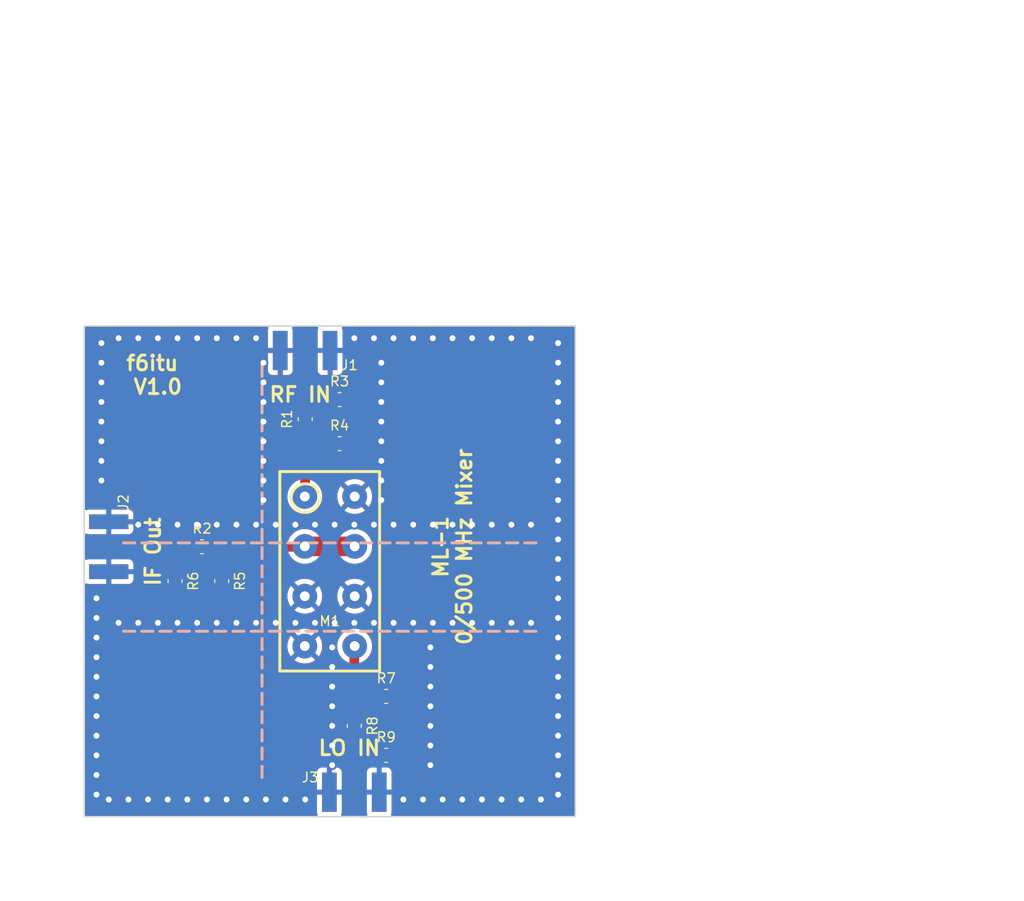
<source format=kicad_pcb>
(kicad_pcb (version 20221018) (generator pcbnew)
  (layers (0 "F.Cu" signal) (31 "B.Cu" signal) (34 "B.Paste" user) (35 "F.Paste" user) (36 "B.SilkS" user "B.Silkscreen") (37 "F.SilkS" user "F.Silkscreen") (38 "B.Mask" user) (39 "F.Mask" user) (44 "Edge.Cuts" user))
  (net 0 "")
  (net 1 "GND")
  (net 2 "Net-(J1-Pad1)")
  (net 3 "Net-(J2-Pad1)")
  (net 4 "Net-(J3-Pad1)")
  (net 5 "Net-(M1-Pad1)")
  (net 6 "Net-(M1-Pad3)")
  (net 7 "Net-(M1-Pad8)")
  (footprint "SMA_PINS:SMA_EDGE_NRW" (layer "F.Cu") (at 127.5 92.5 90)
    (fp_text reference "J1" (at -1.5 4.5 180) (layer "F.SilkS"))
    (fp_text value "Conn_Coaxial" hide)
    (pad "1" smd rect (at 0 0 90) (size 4 1.4) (layers "F.Cu" "F.Paste" "F.Mask") (net 2 "Net-(J1-Pad1)"))
    (pad "2" smd rect (at 0 -2.54 90) (size 4 1.5) (layers "F.Cu" "F.Paste" "F.Mask") (net 1 "GND"))
    (pad "2" smd rect (at 0 -2.54 90) (size 4 1.5) (layers "B.Cu" "B.Paste" "B.Mask") (net 1 "GND"))
    (pad "2" smd rect (at 0 2.54 90) (size 4 1.5) (layers "F.Cu" "F.Paste" "F.Mask") (net 1 "GND"))
    (pad "2" smd rect (at 0 2.54 90) (size 4 1.5) (layers "B.Cu" "B.Paste" "B.Mask") (net 1 "GND"))
  )
  (footprint "SMA_PINS:SMA_EDGE_NRW" (layer "F.Cu") (at 107.5 112.5 180)
    (fp_text reference "J2" (at -1.5 4.5 270) (layer "F.SilkS"))
    (fp_text value "Conn_Coaxial" hide)
    (pad "1" smd rect (at 0 0 180) (size 4 1.4) (layers "F.Cu" "F.Paste" "F.Mask") (net 3 "Net-(J2-Pad1)"))
    (pad "2" smd rect (at 0 -2.54 180) (size 4 1.5) (layers "F.Cu" "F.Paste" "F.Mask") (net 1 "GND"))
    (pad "2" smd rect (at 0 -2.54 180) (size 4 1.5) (layers "B.Cu" "B.Paste" "B.Mask") (net 1 "GND"))
    (pad "2" smd rect (at 0 2.54 180) (size 4 1.5) (layers "F.Cu" "F.Paste" "F.Mask") (net 1 "GND"))
    (pad "2" smd rect (at 0 2.54 180) (size 4 1.5) (layers "B.Cu" "B.Paste" "B.Mask") (net 1 "GND"))
  )
  (footprint "SMA_PINS:SMA_EDGE_NRW" (layer "F.Cu") (at 132.5 137.5 -90)
    (fp_text reference "J3" (at -1.5 4.5 180) (layer "F.SilkS"))
    (fp_text value "Conn_Coaxial" hide)
    (pad "1" smd rect (at 0 0 270) (size 4 1.4) (layers "F.Cu" "F.Paste" "F.Mask") (net 4 "Net-(J3-Pad1)"))
    (pad "2" smd rect (at 0 -2.54 270) (size 4 1.5) (layers "F.Cu" "F.Paste" "F.Mask") (net 1 "GND"))
    (pad "2" smd rect (at 0 -2.54 270) (size 4 1.5) (layers "B.Cu" "B.Paste" "B.Mask") (net 1 "GND"))
    (pad "2" smd rect (at 0 2.54 270) (size 4 1.5) (layers "F.Cu" "F.Paste" "F.Mask") (net 1 "GND"))
    (pad "2" smd rect (at 0 2.54 270) (size 4 1.5) (layers "B.Cu" "B.Paste" "B.Mask") (net 1 "GND"))
  )
  (footprint "Mixer:ML-1" (layer "F.Cu") (at 130 115)
    (fp_text reference "M1" (at 0 5.08) (layer "F.SilkS"))
    (fp_text value "ML-1")
    (fp_line (start -5.08 -10.16) (end 5.08 -10.16) (stroke (width 0.3)) (layer "F.SilkS"))
    (fp_line (start -5.08 10.16) (end -5.08 -10.16) (stroke (width 0.3)) (layer "F.SilkS"))
    (fp_line (start 5.08 -10.16) (end 5.08 10.16) (stroke (width 0.3)) (layer "F.SilkS"))
    (fp_line (start 5.08 10.16) (end -5.08 10.16) (stroke (width 0.3)) (layer "F.SilkS"))
    (fp_circle (center -2.46 -7.46) (end -1.21 -6.71) (stroke (width 0.3)) (fill none) (layer "F.SilkS"))
    (pad "1" thru_hole circle (at -2.54 -7.62) (size 2.524 2.524) (drill 1) (layers "*.Cu" "*.Mask") (net 5 "Net-(M1-Pad1)"))
    (pad "2" thru_hole circle (at 2.54 -7.62) (size 2.524 2.524) (drill 1) (layers "*.Cu" "*.Mask") (net 1 "GND"))
    (pad "3" thru_hole circle (at -2.54 -2.54) (size 2.524 2.524) (drill 1) (layers "*.Cu" "*.Mask") (net 6 "Net-(M1-Pad3)"))
    (pad "4" thru_hole circle (at 2.54 -2.54) (size 2.524 2.524) (drill 1) (layers "*.Cu" "*.Mask") (net 6 "Net-(M1-Pad3)"))
    (pad "5" thru_hole circle (at -2.54 2.54) (size 2.524 2.524) (drill 1) (layers "*.Cu" "*.Mask") (net 1 "GND"))
    (pad "6" thru_hole circle (at 2.54 2.54) (size 2.524 2.524) (drill 1) (layers "*.Cu" "*.Mask") (net 1 "GND"))
    (pad "7" thru_hole circle (at -2.54 7.62) (size 2.524 2.524) (drill 1) (layers "*.Cu" "*.Mask") (net 1 "GND"))
    (pad "8" thru_hole circle (at 2.54 7.62) (size 2.524 2.524) (drill 1) (layers "*.Cu" "*.Mask") (net 7 "Net-(M1-Pad8)"))
  )
  (footprint "Resistor_SMD:R_0805_2012Metric_Pad1.15x1.50mm_HandSolder" (layer "F.Cu") (at 127.5 99.5 90)
    (fp_text reference "R1" (at 0 -1.85 90) (layer "F.SilkS"))
    (fp_text value "R_Small")
    (fp_line (start -0.15 -0.71) (end 0.15 -0.71) (stroke (width 0.12)) (layer "F.SilkS"))
    (fp_line (start -0.15 0.71) (end 0.15 0.71) (stroke (width 0.12)) (layer "F.SilkS"))
    (pad "1" smd rect (at -1.0425 0 90) (size 1.145 1.5) (layers "F.Cu" "F.Paste" "F.Mask") (net 5 "Net-(M1-Pad1)"))
    (pad "2" smd rect (at 1.0425 0 90) (size 1.145 1.5) (layers "F.Cu" "F.Paste" "F.Mask") (net 2 "Net-(J1-Pad1)"))
  )
  (footprint "Resistor_SMD:R_0805_2012Metric_Pad1.15x1.50mm_HandSolder" (layer "F.Cu") (at 117 112.5)
    (fp_text reference "R2" (at 0 -1.85) (layer "F.SilkS"))
    (fp_text value "R_Small")
    (fp_line (start -0.15 -0.71) (end 0.15 -0.71) (stroke (width 0.12)) (layer "F.SilkS"))
    (fp_line (start -0.15 0.71) (end 0.15 0.71) (stroke (width 0.12)) (layer "F.SilkS"))
    (pad "1" smd rect (at -1.0425 0) (size 1.145 1.5) (layers "F.Cu" "F.Paste" "F.Mask") (net 3 "Net-(J2-Pad1)"))
    (pad "2" smd rect (at 1.0425 0) (size 1.145 1.5) (layers "F.Cu" "F.Paste" "F.Mask") (net 6 "Net-(M1-Pad3)"))
  )
  (footprint "Resistor_SMD:R_0805_2012Metric_Pad1.15x1.50mm_HandSolder" (layer "F.Cu") (at 131 97.5)
    (fp_text reference "R3" (at 0 -1.85) (layer "F.SilkS"))
    (fp_text value "R_Small")
    (fp_line (start -0.15 -0.71) (end 0.15 -0.71) (stroke (width 0.12)) (layer "F.SilkS"))
    (fp_line (start -0.15 0.71) (end 0.15 0.71) (stroke (width 0.12)) (layer "F.SilkS"))
    (pad "1" smd rect (at -1.0425 0) (size 1.145 1.5) (layers "F.Cu" "F.Paste" "F.Mask") (net 2 "Net-(J1-Pad1)"))
    (pad "2" smd rect (at 1.0425 0) (size 1.145 1.5) (layers "F.Cu" "F.Paste" "F.Mask") (net 1 "GND"))
  )
  (footprint "Resistor_SMD:R_0805_2012Metric_Pad1.15x1.50mm_HandSolder" (layer "F.Cu") (at 131 102)
    (fp_text reference "R4" (at 0 -1.85) (layer "F.SilkS"))
    (fp_text value "R_Small")
    (fp_line (start -0.15 -0.71) (end 0.15 -0.71) (stroke (width 0.12)) (layer "F.SilkS"))
    (fp_line (start -0.15 0.71) (end 0.15 0.71) (stroke (width 0.12)) (layer "F.SilkS"))
    (pad "1" smd rect (at -1.0425 0) (size 1.145 1.5) (layers "F.Cu" "F.Paste" "F.Mask") (net 5 "Net-(M1-Pad1)"))
    (pad "2" smd rect (at 1.0425 0) (size 1.145 1.5) (layers "F.Cu" "F.Paste" "F.Mask") (net 1 "GND"))
  )
  (footprint "Resistor_SMD:R_0805_2012Metric_Pad1.15x1.50mm_HandSolder" (layer "F.Cu") (at 119 116 -90)
    (fp_text reference "R5" (at 0 -1.85 270) (layer "F.SilkS"))
    (fp_text value "R_Small")
    (fp_line (start -0.15 -0.71) (end 0.15 -0.71) (stroke (width 0.12)) (layer "F.SilkS"))
    (fp_line (start -0.15 0.71) (end 0.15 0.71) (stroke (width 0.12)) (layer "F.SilkS"))
    (pad "1" smd rect (at -1.0425 0 270) (size 1.145 1.5) (layers "F.Cu" "F.Paste" "F.Mask") (net 6 "Net-(M1-Pad3)"))
    (pad "2" smd rect (at 1.0425 0 270) (size 1.145 1.5) (layers "F.Cu" "F.Paste" "F.Mask") (net 1 "GND"))
  )
  (footprint "Resistor_SMD:R_0805_2012Metric_Pad1.15x1.50mm_HandSolder" (layer "F.Cu") (at 114.25 116 -90)
    (fp_text reference "R6" (at 0 -1.85 270) (layer "F.SilkS"))
    (fp_text value "R_Small")
    (fp_line (start -0.15 -0.71) (end 0.15 -0.71) (stroke (width 0.12)) (layer "F.SilkS"))
    (fp_line (start -0.15 0.71) (end 0.15 0.71) (stroke (width 0.12)) (layer "F.SilkS"))
    (pad "1" smd rect (at -1.0425 0 270) (size 1.145 1.5) (layers "F.Cu" "F.Paste" "F.Mask") (net 3 "Net-(J2-Pad1)"))
    (pad "2" smd rect (at 1.0425 0 270) (size 1.145 1.5) (layers "F.Cu" "F.Paste" "F.Mask") (net 1 "GND"))
  )
  (footprint "Resistor_SMD:R_0805_2012Metric_Pad1.15x1.50mm_HandSolder" (layer "F.Cu") (at 135.75 127.75)
    (fp_text reference "R7" (at 0 -1.85) (layer "F.SilkS"))
    (fp_text value "R_Small")
    (fp_line (start -0.15 -0.71) (end 0.15 -0.71) (stroke (width 0.12)) (layer "F.SilkS"))
    (fp_line (start -0.15 0.71) (end 0.15 0.71) (stroke (width 0.12)) (layer "F.SilkS"))
    (pad "1" smd rect (at -1.0425 0) (size 1.145 1.5) (layers "F.Cu" "F.Paste" "F.Mask") (net 7 "Net-(M1-Pad8)"))
    (pad "2" smd rect (at 1.0425 0) (size 1.145 1.5) (layers "F.Cu" "F.Paste" "F.Mask") (net 1 "GND"))
  )
  (footprint "Resistor_SMD:R_0805_2012Metric_Pad1.15x1.50mm_HandSolder" (layer "F.Cu") (at 132.5 130.75 -90)
    (fp_text reference "R8" (at 0 -1.85 270) (layer "F.SilkS"))
    (fp_text value "R_Small")
    (fp_line (start -0.15 -0.71) (end 0.15 -0.71) (stroke (width 0.12)) (layer "F.SilkS"))
    (fp_line (start -0.15 0.71) (end 0.15 0.71) (stroke (width 0.12)) (layer "F.SilkS"))
    (pad "1" smd rect (at -1.0425 0 270) (size 1.145 1.5) (layers "F.Cu" "F.Paste" "F.Mask") (net 7 "Net-(M1-Pad8)"))
    (pad "2" smd rect (at 1.0425 0 270) (size 1.145 1.5) (layers "F.Cu" "F.Paste" "F.Mask") (net 4 "Net-(J3-Pad1)"))
  )
  (footprint "Resistor_SMD:R_0805_2012Metric_Pad1.15x1.50mm_HandSolder" (layer "F.Cu") (at 135.75 133.75)
    (fp_text reference "R9" (at 0 -1.85) (layer "F.SilkS"))
    (fp_text value "R_Small")
    (fp_line (start -0.15 -0.71) (end 0.15 -0.71) (stroke (width 0.12)) (layer "F.SilkS"))
    (fp_line (start -0.15 0.71) (end 0.15 0.71) (stroke (width 0.12)) (layer "F.SilkS"))
    (pad "1" smd rect (at -1.0425 0) (size 1.145 1.5) (layers "F.Cu" "F.Paste" "F.Mask") (net 4 "Net-(J3-Pad1)"))
    (pad "2" smd rect (at 1.0425 0) (size 1.145 1.5) (layers "F.Cu" "F.Paste" "F.Mask") (net 1 "GND"))
  )
  (footprint "via:via" (layer "F.Cu") (at 106.75 93.75)
    (fp_text reference "REF**" hide)
    (fp_text value "via" hide)
    (pad "1" thru_hole circle (at 0 0) (size 1 1) (drill 0.6) (layers "*.Cu") (net 1 "GND"))
  )
  (footprint "via:via" (layer "F.Cu") (at 106.75 95.75)
    (fp_text reference "REF**" hide)
    (fp_text value "via" hide)
    (pad "1" thru_hole circle (at 0 0) (size 1 1) (drill 0.6) (layers "*.Cu") (net 1 "GND"))
  )
  (footprint "via:via" (layer "F.Cu") (at 106.75 97.75)
    (fp_text reference "REF**" hide)
    (fp_text value "via" hide)
    (pad "1" thru_hole circle (at 0 0) (size 1 1) (drill 0.6) (layers "*.Cu") (net 1 "GND"))
  )
  (footprint "via:via" (layer "F.Cu") (at 106.75 99.75)
    (fp_text reference "REF**" hide)
    (fp_text value "via" hide)
    (pad "1" thru_hole circle (at 0 0) (size 1 1) (drill 0.6) (layers "*.Cu") (net 1 "GND"))
  )
  (footprint "via:via" (layer "F.Cu") (at 106.75 101.75)
    (fp_text reference "REF**" hide)
    (fp_text value "via" hide)
    (pad "1" thru_hole circle (at 0 0) (size 1 1) (drill 0.6) (layers "*.Cu") (net 1 "GND"))
  )
  (footprint "via:via" (layer "F.Cu") (at 106.75 103.75)
    (fp_text reference "REF**" hide)
    (fp_text value "via" hide)
    (pad "1" thru_hole circle (at 0 0) (size 1 1) (drill 0.6) (layers "*.Cu") (net 1 "GND"))
  )
  (footprint "via:via" (layer "F.Cu") (at 106.75 105.75)
    (fp_text reference "REF**" hide)
    (fp_text value "via" hide)
    (pad "1" thru_hole circle (at 0 0) (size 1 1) (drill 0.6) (layers "*.Cu") (net 1 "GND"))
  )
  (footprint "via:via" (layer "F.Cu") (at 116.5 91.25)
    (fp_text reference "REF**" hide)
    (fp_text value "via" hide)
    (pad "1" thru_hole circle (at 0 0) (size 1 1) (drill 0.6) (layers "*.Cu") (net 1 "GND"))
  )
  (footprint "via:via" (layer "F.Cu") (at 118.5 91.25)
    (fp_text reference "REF**" hide)
    (fp_text value "via" hide)
    (pad "1" thru_hole circle (at 0 0) (size 1 1) (drill 0.6) (layers "*.Cu") (net 1 "GND"))
  )
  (footprint "via:via" (layer "F.Cu") (at 120.5 91.25)
    (fp_text reference "REF**" hide)
    (fp_text value "via" hide)
    (pad "1" thru_hole circle (at 0 0) (size 1 1) (drill 0.6) (layers "*.Cu") (net 1 "GND"))
  )
  (footprint "via:via" (layer "F.Cu") (at 122.5 91.25)
    (fp_text reference "REF**" hide)
    (fp_text value "via" hide)
    (pad "1" thru_hole circle (at 0 0) (size 1 1) (drill 0.6) (layers "*.Cu") (net 1 "GND"))
  )
  (footprint "via:via" (layer "F.Cu") (at 108.5 91.25)
    (fp_text reference "REF**" hide)
    (fp_text value "via" hide)
    (pad "1" thru_hole circle (at 0 0) (size 1 1) (drill 0.6) (layers "*.Cu") (net 1 "GND"))
  )
  (footprint "via:via" (layer "F.Cu") (at 110.5 91.25)
    (fp_text reference "REF**" hide)
    (fp_text value "via" hide)
    (pad "1" thru_hole circle (at 0 0) (size 1 1) (drill 0.6) (layers "*.Cu") (net 1 "GND"))
  )
  (footprint "via:via" (layer "F.Cu") (at 112.5 91.25)
    (fp_text reference "REF**" hide)
    (fp_text value "via" hide)
    (pad "1" thru_hole circle (at 0 0) (size 1 1) (drill 0.6) (layers "*.Cu") (net 1 "GND"))
  )
  (footprint "via:via" (layer "F.Cu") (at 114.5 91.25)
    (fp_text reference "REF**" hide)
    (fp_text value "via" hide)
    (pad "1" thru_hole circle (at 0 0) (size 1 1) (drill 0.6) (layers "*.Cu") (net 1 "GND"))
  )
  (footprint "via:via" (layer "F.Cu") (at 138.5 91.25)
    (fp_text reference "REF**" hide)
    (fp_text value "via" hide)
    (pad "1" thru_hole circle (at 0 0) (size 1 1) (drill 0.6) (layers "*.Cu") (net 1 "GND"))
  )
  (footprint "via:via" (layer "F.Cu") (at 136.5 91.25)
    (fp_text reference "REF**" hide)
    (fp_text value "via" hide)
    (pad "1" thru_hole circle (at 0 0) (size 1 1) (drill 0.6) (layers "*.Cu") (net 1 "GND"))
  )
  (footprint "via:via" (layer "F.Cu") (at 134.5 91.25)
    (fp_text reference "REF**" hide)
    (fp_text value "via" hide)
    (pad "1" thru_hole circle (at 0 0) (size 1 1) (drill 0.6) (layers "*.Cu") (net 1 "GND"))
  )
  (footprint "via:via" (layer "F.Cu") (at 132.5 91.25)
    (fp_text reference "REF**" hide)
    (fp_text value "via" hide)
    (pad "1" thru_hole circle (at 0 0) (size 1 1) (drill 0.6) (layers "*.Cu") (net 1 "GND"))
  )
  (footprint "via:via" (layer "F.Cu") (at 140.5 91.25)
    (fp_text reference "REF**" hide)
    (fp_text value "via" hide)
    (pad "1" thru_hole circle (at 0 0) (size 1 1) (drill 0.6) (layers "*.Cu") (net 1 "GND"))
  )
  (footprint "via:via" (layer "F.Cu") (at 142.5 91.25)
    (fp_text reference "REF**" hide)
    (fp_text value "via" hide)
    (pad "1" thru_hole circle (at 0 0) (size 1 1) (drill 0.6) (layers "*.Cu") (net 1 "GND"))
  )
  (footprint "via:via" (layer "F.Cu") (at 144.5 91.25)
    (fp_text reference "REF**" hide)
    (fp_text value "via" hide)
    (pad "1" thru_hole circle (at 0 0) (size 1 1) (drill 0.6) (layers "*.Cu") (net 1 "GND"))
  )
  (footprint "via:via" (layer "F.Cu") (at 146.5 91.25)
    (fp_text reference "REF**" hide)
    (fp_text value "via" hide)
    (pad "1" thru_hole circle (at 0 0) (size 1 1) (drill 0.6) (layers "*.Cu") (net 1 "GND"))
  )
  (footprint "via:via" (layer "F.Cu") (at 153.25 93.75)
    (fp_text reference "REF**" hide)
    (fp_text value "via" hide)
    (pad "1" thru_hole circle (at 0 0) (size 1 1) (drill 0.6) (layers "*.Cu") (net 1 "GND"))
  )
  (footprint "via:via" (layer "F.Cu") (at 153.25 95.75)
    (fp_text reference "REF**" hide)
    (fp_text value "via" hide)
    (pad "1" thru_hole circle (at 0 0) (size 1 1) (drill 0.6) (layers "*.Cu") (net 1 "GND"))
  )
  (footprint "via:via" (layer "F.Cu") (at 153.25 97.75)
    (fp_text reference "REF**" hide)
    (fp_text value "via" hide)
    (pad "1" thru_hole circle (at 0 0) (size 1 1) (drill 0.6) (layers "*.Cu") (net 1 "GND"))
  )
  (footprint "via:via" (layer "F.Cu") (at 153.25 99.75)
    (fp_text reference "REF**" hide)
    (fp_text value "via" hide)
    (pad "1" thru_hole circle (at 0 0) (size 1 1) (drill 0.6) (layers "*.Cu") (net 1 "GND"))
  )
  (footprint "via:via" (layer "F.Cu") (at 153.25 101.75)
    (fp_text reference "REF**" hide)
    (fp_text value "via" hide)
    (pad "1" thru_hole circle (at 0 0) (size 1 1) (drill 0.6) (layers "*.Cu") (net 1 "GND"))
  )
  (footprint "via:via" (layer "F.Cu") (at 153.25 103.75)
    (fp_text reference "REF**" hide)
    (fp_text value "via" hide)
    (pad "1" thru_hole circle (at 0 0) (size 1 1) (drill 0.6) (layers "*.Cu") (net 1 "GND"))
  )
  (footprint "via:via" (layer "F.Cu") (at 153.25 105.75)
    (fp_text reference "REF**" hide)
    (fp_text value "via" hide)
    (pad "1" thru_hole circle (at 0 0) (size 1 1) (drill 0.6) (layers "*.Cu") (net 1 "GND"))
  )
  (footprint "via:via" (layer "F.Cu") (at 150.5 91.25)
    (fp_text reference "REF**" hide)
    (fp_text value "via" hide)
    (pad "1" thru_hole circle (at 0 0) (size 1 1) (drill 0.6) (layers "*.Cu") (net 1 "GND"))
  )
  (footprint "via:via" (layer "F.Cu") (at 148.5 91.25)
    (fp_text reference "REF**" hide)
    (fp_text value "via" hide)
    (pad "1" thru_hole circle (at 0 0) (size 1 1) (drill 0.6) (layers "*.Cu") (net 1 "GND"))
  )
  (footprint "via:via" (layer "F.Cu") (at 153.25 121.75)
    (fp_text reference "REF**" hide)
    (fp_text value "via" hide)
    (pad "1" thru_hole circle (at 0 0) (size 1 1) (drill 0.6) (layers "*.Cu") (net 1 "GND"))
  )
  (footprint "via:via" (layer "F.Cu") (at 153.25 119.75)
    (fp_text reference "REF**" hide)
    (fp_text value "via" hide)
    (pad "1" thru_hole circle (at 0 0) (size 1 1) (drill 0.6) (layers "*.Cu") (net 1 "GND"))
  )
  (footprint "via:via" (layer "F.Cu") (at 153.25 117.75)
    (fp_text reference "REF**" hide)
    (fp_text value "via" hide)
    (pad "1" thru_hole circle (at 0 0) (size 1 1) (drill 0.6) (layers "*.Cu") (net 1 "GND"))
  )
  (footprint "via:via" (layer "F.Cu") (at 153.25 115.75)
    (fp_text reference "REF**" hide)
    (fp_text value "via" hide)
    (pad "1" thru_hole circle (at 0 0) (size 1 1) (drill 0.6) (layers "*.Cu") (net 1 "GND"))
  )
  (footprint "via:via" (layer "F.Cu") (at 153.25 113.75)
    (fp_text reference "REF**" hide)
    (fp_text value "via" hide)
    (pad "1" thru_hole circle (at 0 0) (size 1 1) (drill 0.6) (layers "*.Cu") (net 1 "GND"))
  )
  (footprint "via:via" (layer "F.Cu") (at 153.25 111.75)
    (fp_text reference "REF**" hide)
    (fp_text value "via" hide)
    (pad "1" thru_hole circle (at 0 0) (size 1 1) (drill 0.6) (layers "*.Cu") (net 1 "GND"))
  )
  (footprint "via:via" (layer "F.Cu") (at 153.25 109.75)
    (fp_text reference "REF**" hide)
    (fp_text value "via" hide)
    (pad "1" thru_hole circle (at 0 0) (size 1 1) (drill 0.6) (layers "*.Cu") (net 1 "GND"))
  )
  (footprint "via:via" (layer "F.Cu") (at 153.25 137.75)
    (fp_text reference "REF**" hide)
    (fp_text value "via" hide)
    (pad "1" thru_hole circle (at 0 0) (size 1 1) (drill 0.6) (layers "*.Cu") (net 1 "GND"))
  )
  (footprint "via:via" (layer "F.Cu") (at 153.25 135.75)
    (fp_text reference "REF**" hide)
    (fp_text value "via" hide)
    (pad "1" thru_hole circle (at 0 0) (size 1 1) (drill 0.6) (layers "*.Cu") (net 1 "GND"))
  )
  (footprint "via:via" (layer "F.Cu") (at 153.25 133.75)
    (fp_text reference "REF**" hide)
    (fp_text value "via" hide)
    (pad "1" thru_hole circle (at 0 0) (size 1 1) (drill 0.6) (layers "*.Cu") (net 1 "GND"))
  )
  (footprint "via:via" (layer "F.Cu") (at 153.25 131.75)
    (fp_text reference "REF**" hide)
    (fp_text value "via" hide)
    (pad "1" thru_hole circle (at 0 0) (size 1 1) (drill 0.6) (layers "*.Cu") (net 1 "GND"))
  )
  (footprint "via:via" (layer "F.Cu") (at 153.25 129.75)
    (fp_text reference "REF**" hide)
    (fp_text value "via" hide)
    (pad "1" thru_hole circle (at 0 0) (size 1 1) (drill 0.6) (layers "*.Cu") (net 1 "GND"))
  )
  (footprint "via:via" (layer "F.Cu") (at 153.25 127.75)
    (fp_text reference "REF**" hide)
    (fp_text value "via" hide)
    (pad "1" thru_hole circle (at 0 0) (size 1 1) (drill 0.6) (layers "*.Cu") (net 1 "GND"))
  )
  (footprint "via:via" (layer "F.Cu") (at 153.25 125.75)
    (fp_text reference "REF**" hide)
    (fp_text value "via" hide)
    (pad "1" thru_hole circle (at 0 0) (size 1 1) (drill 0.6) (layers "*.Cu") (net 1 "GND"))
  )
  (footprint "via:via" (layer "F.Cu") (at 106.25 131.75)
    (fp_text reference "REF**" hide)
    (fp_text value "via" hide)
    (pad "1" thru_hole circle (at 0 0) (size 1 1) (drill 0.6) (layers "*.Cu") (net 1 "GND"))
  )
  (footprint "via:via" (layer "F.Cu") (at 106.25 129.75)
    (fp_text reference "REF**" hide)
    (fp_text value "via" hide)
    (pad "1" thru_hole circle (at 0 0) (size 1 1) (drill 0.6) (layers "*.Cu") (net 1 "GND"))
  )
  (footprint "via:via" (layer "F.Cu") (at 106.25 127.75)
    (fp_text reference "REF**" hide)
    (fp_text value "via" hide)
    (pad "1" thru_hole circle (at 0 0) (size 1 1) (drill 0.6) (layers "*.Cu") (net 1 "GND"))
  )
  (footprint "via:via" (layer "F.Cu") (at 106.25 125.75)
    (fp_text reference "REF**" hide)
    (fp_text value "via" hide)
    (pad "1" thru_hole circle (at 0 0) (size 1 1) (drill 0.6) (layers "*.Cu") (net 1 "GND"))
  )
  (footprint "via:via" (layer "F.Cu") (at 106.25 123.75)
    (fp_text reference "REF**" hide)
    (fp_text value "via" hide)
    (pad "1" thru_hole circle (at 0 0) (size 1 1) (drill 0.6) (layers "*.Cu") (net 1 "GND"))
  )
  (footprint "via:via" (layer "F.Cu") (at 106.25 121.75)
    (fp_text reference "REF**" hide)
    (fp_text value "via" hide)
    (pad "1" thru_hole circle (at 0 0) (size 1 1) (drill 0.6) (layers "*.Cu") (net 1 "GND"))
  )
  (footprint "via:via" (layer "F.Cu") (at 106.25 119.75)
    (fp_text reference "REF**" hide)
    (fp_text value "via" hide)
    (pad "1" thru_hole circle (at 0 0) (size 1 1) (drill 0.6) (layers "*.Cu") (net 1 "GND"))
  )
  (footprint "via:via" (layer "F.Cu") (at 106.25 137.75)
    (fp_text reference "REF**" hide)
    (fp_text value "via" hide)
    (pad "1" thru_hole circle (at 0 0) (size 1 1) (drill 0.6) (layers "*.Cu") (net 1 "GND"))
  )
  (footprint "via:via" (layer "F.Cu") (at 106.25 135.75)
    (fp_text reference "REF**" hide)
    (fp_text value "via" hide)
    (pad "1" thru_hole circle (at 0 0) (size 1 1) (drill 0.6) (layers "*.Cu") (net 1 "GND"))
  )
  (footprint "via:via" (layer "F.Cu") (at 143.5 138.25)
    (fp_text reference "REF**" hide)
    (fp_text value "via" hide)
    (pad "1" thru_hole circle (at 0 0) (size 1 1) (drill 0.6) (layers "*.Cu") (net 1 "GND"))
  )
  (footprint "via:via" (layer "F.Cu") (at 141.5 138.25)
    (fp_text reference "REF**" hide)
    (fp_text value "via" hide)
    (pad "1" thru_hole circle (at 0 0) (size 1 1) (drill 0.6) (layers "*.Cu") (net 1 "GND"))
  )
  (footprint "via:via" (layer "F.Cu") (at 139.5 138.25)
    (fp_text reference "REF**" hide)
    (fp_text value "via" hide)
    (pad "1" thru_hole circle (at 0 0) (size 1 1) (drill 0.6) (layers "*.Cu") (net 1 "GND"))
  )
  (footprint "via:via" (layer "F.Cu") (at 137.5 138.25)
    (fp_text reference "REF**" hide)
    (fp_text value "via" hide)
    (pad "1" thru_hole circle (at 0 0) (size 1 1) (drill 0.6) (layers "*.Cu") (net 1 "GND"))
  )
  (footprint "via:via" (layer "F.Cu") (at 145.5 138.25)
    (fp_text reference "REF**" hide)
    (fp_text value "via" hide)
    (pad "1" thru_hole circle (at 0 0) (size 1 1) (drill 0.6) (layers "*.Cu") (net 1 "GND"))
  )
  (footprint "via:via" (layer "F.Cu") (at 147.5 138.25)
    (fp_text reference "REF**" hide)
    (fp_text value "via" hide)
    (pad "1" thru_hole circle (at 0 0) (size 1 1) (drill 0.6) (layers "*.Cu") (net 1 "GND"))
  )
  (footprint "via:via" (layer "F.Cu") (at 149.5 138.25)
    (fp_text reference "REF**" hide)
    (fp_text value "via" hide)
    (pad "1" thru_hole circle (at 0 0) (size 1 1) (drill 0.6) (layers "*.Cu") (net 1 "GND"))
  )
  (footprint "via:via" (layer "F.Cu") (at 151.5 138.25)
    (fp_text reference "REF**" hide)
    (fp_text value "via" hide)
    (pad "1" thru_hole circle (at 0 0) (size 1 1) (drill 0.6) (layers "*.Cu") (net 1 "GND"))
  )
  (footprint "via:via" (layer "F.Cu") (at 119.5 138.25)
    (fp_text reference "REF**" hide)
    (fp_text value "via" hide)
    (pad "1" thru_hole circle (at 0 0) (size 1 1) (drill 0.6) (layers "*.Cu") (net 1 "GND"))
  )
  (footprint "via:via" (layer "F.Cu") (at 117.5 138.25)
    (fp_text reference "REF**" hide)
    (fp_text value "via" hide)
    (pad "1" thru_hole circle (at 0 0) (size 1 1) (drill 0.6) (layers "*.Cu") (net 1 "GND"))
  )
  (footprint "via:via" (layer "F.Cu") (at 115.5 138.25)
    (fp_text reference "REF**" hide)
    (fp_text value "via" hide)
    (pad "1" thru_hole circle (at 0 0) (size 1 1) (drill 0.6) (layers "*.Cu") (net 1 "GND"))
  )
  (footprint "via:via" (layer "F.Cu") (at 113.5 138.25)
    (fp_text reference "REF**" hide)
    (fp_text value "via" hide)
    (pad "1" thru_hole circle (at 0 0) (size 1 1) (drill 0.6) (layers "*.Cu") (net 1 "GND"))
  )
  (footprint "via:via" (layer "F.Cu") (at 121.5 138.25)
    (fp_text reference "REF**" hide)
    (fp_text value "via" hide)
    (pad "1" thru_hole circle (at 0 0) (size 1 1) (drill 0.6) (layers "*.Cu") (net 1 "GND"))
  )
  (footprint "via:via" (layer "F.Cu") (at 123.5 138.25)
    (fp_text reference "REF**" hide)
    (fp_text value "via" hide)
    (pad "1" thru_hole circle (at 0 0) (size 1 1) (drill 0.6) (layers "*.Cu") (net 1 "GND"))
  )
  (footprint "via:via" (layer "F.Cu") (at 125.5 138.25)
    (fp_text reference "REF**" hide)
    (fp_text value "via" hide)
    (pad "1" thru_hole circle (at 0 0) (size 1 1) (drill 0.6) (layers "*.Cu") (net 1 "GND"))
  )
  (footprint "via:via" (layer "F.Cu") (at 127.5 138.25)
    (fp_text reference "REF**" hide)
    (fp_text value "via" hide)
    (pad "1" thru_hole circle (at 0 0) (size 1 1) (drill 0.6) (layers "*.Cu") (net 1 "GND"))
  )
  (footprint "via:via" (layer "F.Cu") (at 111.5 138.25)
    (fp_text reference "REF**" hide)
    (fp_text value "via" hide)
    (pad "1" thru_hole circle (at 0 0) (size 1 1) (drill 0.6) (layers "*.Cu") (net 1 "GND"))
  )
  (footprint "via:via" (layer "F.Cu") (at 109.5 138.25)
    (fp_text reference "REF**" hide)
    (fp_text value "via" hide)
    (pad "1" thru_hole circle (at 0 0) (size 1 1) (drill 0.6) (layers "*.Cu") (net 1 "GND"))
  )
  (footprint "via:via" (layer "F.Cu") (at 107.5 138.25)
    (fp_text reference "REF**" hide)
    (fp_text value "via" hide)
    (pad "1" thru_hole circle (at 0 0) (size 1 1) (drill 0.6) (layers "*.Cu") (net 1 "GND"))
  )
  (footprint "via:via" (layer "F.Cu") (at 142.5 120.25)
    (fp_text reference "REF**" hide)
    (fp_text value "via" hide)
    (pad "1" thru_hole circle (at 0 0) (size 1 1) (drill 0.6) (layers "*.Cu") (net 1 "GND"))
  )
  (footprint "via:via" (layer "F.Cu") (at 140.5 120.25)
    (fp_text reference "REF**" hide)
    (fp_text value "via" hide)
    (pad "1" thru_hole circle (at 0 0) (size 1 1) (drill 0.6) (layers "*.Cu") (net 1 "GND"))
  )
  (footprint "via:via" (layer "F.Cu") (at 138.5 120.25)
    (fp_text reference "REF**" hide)
    (fp_text value "via" hide)
    (pad "1" thru_hole circle (at 0 0) (size 1 1) (drill 0.6) (layers "*.Cu") (net 1 "GND"))
  )
  (footprint "via:via" (layer "F.Cu") (at 136.5 120.25)
    (fp_text reference "REF**" hide)
    (fp_text value "via" hide)
    (pad "1" thru_hole circle (at 0 0) (size 1 1) (drill 0.6) (layers "*.Cu") (net 1 "GND"))
  )
  (footprint "via:via" (layer "F.Cu") (at 144.5 120.25)
    (fp_text reference "REF**" hide)
    (fp_text value "via" hide)
    (pad "1" thru_hole circle (at 0 0) (size 1 1) (drill 0.6) (layers "*.Cu") (net 1 "GND"))
  )
  (footprint "via:via" (layer "F.Cu") (at 146.5 120.25)
    (fp_text reference "REF**" hide)
    (fp_text value "via" hide)
    (pad "1" thru_hole circle (at 0 0) (size 1 1) (drill 0.6) (layers "*.Cu") (net 1 "GND"))
  )
  (footprint "via:via" (layer "F.Cu") (at 148.5 120.25)
    (fp_text reference "REF**" hide)
    (fp_text value "via" hide)
    (pad "1" thru_hole circle (at 0 0) (size 1 1) (drill 0.6) (layers "*.Cu") (net 1 "GND"))
  )
  (footprint "via:via" (layer "F.Cu") (at 150.5 120.25)
    (fp_text reference "REF**" hide)
    (fp_text value "via" hide)
    (pad "1" thru_hole circle (at 0 0) (size 1 1) (drill 0.6) (layers "*.Cu") (net 1 "GND"))
  )
  (footprint "via:via" (layer "F.Cu") (at 126.5 120.25)
    (fp_text reference "REF**" hide)
    (fp_text value "via" hide)
    (pad "1" thru_hole circle (at 0 0) (size 1 1) (drill 0.6) (layers "*.Cu") (net 1 "GND"))
  )
  (footprint "via:via" (layer "F.Cu") (at 124.5 120.25)
    (fp_text reference "REF**" hide)
    (fp_text value "via" hide)
    (pad "1" thru_hole circle (at 0 0) (size 1 1) (drill 0.6) (layers "*.Cu") (net 1 "GND"))
  )
  (footprint "via:via" (layer "F.Cu") (at 122.5 120.25)
    (fp_text reference "REF**" hide)
    (fp_text value "via" hide)
    (pad "1" thru_hole circle (at 0 0) (size 1 1) (drill 0.6) (layers "*.Cu") (net 1 "GND"))
  )
  (footprint "via:via" (layer "F.Cu") (at 120.5 120.25)
    (fp_text reference "REF**" hide)
    (fp_text value "via" hide)
    (pad "1" thru_hole circle (at 0 0) (size 1 1) (drill 0.6) (layers "*.Cu") (net 1 "GND"))
  )
  (footprint "via:via" (layer "F.Cu") (at 128.5 120.25)
    (fp_text reference "REF**" hide)
    (fp_text value "via" hide)
    (pad "1" thru_hole circle (at 0 0) (size 1 1) (drill 0.6) (layers "*.Cu") (net 1 "GND"))
  )
  (footprint "via:via" (layer "F.Cu") (at 130.5 120.25)
    (fp_text reference "REF**" hide)
    (fp_text value "via" hide)
    (pad "1" thru_hole circle (at 0 0) (size 1 1) (drill 0.6) (layers "*.Cu") (net 1 "GND"))
  )
  (footprint "via:via" (layer "F.Cu") (at 132.5 120.25)
    (fp_text reference "REF**" hide)
    (fp_text value "via" hide)
    (pad "1" thru_hole circle (at 0 0) (size 1 1) (drill 0.6) (layers "*.Cu") (net 1 "GND"))
  )
  (footprint "via:via" (layer "F.Cu") (at 134.5 120.25)
    (fp_text reference "REF**" hide)
    (fp_text value "via" hide)
    (pad "1" thru_hole circle (at 0 0) (size 1 1) (drill 0.6) (layers "*.Cu") (net 1 "GND"))
  )
  (footprint "via:via" (layer "F.Cu") (at 114.5 120.25)
    (fp_text reference "REF**" hide)
    (fp_text value "via" hide)
    (pad "1" thru_hole circle (at 0 0) (size 1 1) (drill 0.6) (layers "*.Cu") (net 1 "GND"))
  )
  (footprint "via:via" (layer "F.Cu") (at 112.5 120.25)
    (fp_text reference "REF**" hide)
    (fp_text value "via" hide)
    (pad "1" thru_hole circle (at 0 0) (size 1 1) (drill 0.6) (layers "*.Cu") (net 1 "GND"))
  )
  (footprint "via:via" (layer "F.Cu") (at 110.5 120.25)
    (fp_text reference "REF**" hide)
    (fp_text value "via" hide)
    (pad "1" thru_hole circle (at 0 0) (size 1 1) (drill 0.6) (layers "*.Cu") (net 1 "GND"))
  )
  (footprint "via:via" (layer "F.Cu") (at 108.5 120.25)
    (fp_text reference "REF**" hide)
    (fp_text value "via" hide)
    (pad "1" thru_hole circle (at 0 0) (size 1 1) (drill 0.6) (layers "*.Cu") (net 1 "GND"))
  )
  (footprint "via:via" (layer "F.Cu") (at 116.5 120.25)
    (fp_text reference "REF**" hide)
    (fp_text value "via" hide)
    (pad "1" thru_hole circle (at 0 0) (size 1 1) (drill 0.6) (layers "*.Cu") (net 1 "GND"))
  )
  (footprint "via:via" (layer "F.Cu") (at 118.5 120.25)
    (fp_text reference "REF**" hide)
    (fp_text value "via" hide)
    (pad "1" thru_hole circle (at 0 0) (size 1 1) (drill 0.6) (layers "*.Cu") (net 1 "GND"))
  )
  (footprint "via:via" (layer "F.Cu") (at 142.5 110.25)
    (fp_text reference "REF**" hide)
    (fp_text value "via" hide)
    (pad "1" thru_hole circle (at 0 0) (size 1 1) (drill 0.6) (layers "*.Cu") (net 1 "GND"))
  )
  (footprint "via:via" (layer "F.Cu") (at 140.5 110.25)
    (fp_text reference "REF**" hide)
    (fp_text value "via" hide)
    (pad "1" thru_hole circle (at 0 0) (size 1 1) (drill 0.6) (layers "*.Cu") (net 1 "GND"))
  )
  (footprint "via:via" (layer "F.Cu") (at 138.5 110.25)
    (fp_text reference "REF**" hide)
    (fp_text value "via" hide)
    (pad "1" thru_hole circle (at 0 0) (size 1 1) (drill 0.6) (layers "*.Cu") (net 1 "GND"))
  )
  (footprint "via:via" (layer "F.Cu") (at 136.5 110.25)
    (fp_text reference "REF**" hide)
    (fp_text value "via" hide)
    (pad "1" thru_hole circle (at 0 0) (size 1 1) (drill 0.6) (layers "*.Cu") (net 1 "GND"))
  )
  (footprint "via:via" (layer "F.Cu") (at 144.5 110.25)
    (fp_text reference "REF**" hide)
    (fp_text value "via" hide)
    (pad "1" thru_hole circle (at 0 0) (size 1 1) (drill 0.6) (layers "*.Cu") (net 1 "GND"))
  )
  (footprint "via:via" (layer "F.Cu") (at 146.5 110.25)
    (fp_text reference "REF**" hide)
    (fp_text value "via" hide)
    (pad "1" thru_hole circle (at 0 0) (size 1 1) (drill 0.6) (layers "*.Cu") (net 1 "GND"))
  )
  (footprint "via:via" (layer "F.Cu") (at 148.5 110.25)
    (fp_text reference "REF**" hide)
    (fp_text value "via" hide)
    (pad "1" thru_hole circle (at 0 0) (size 1 1) (drill 0.6) (layers "*.Cu") (net 1 "GND"))
  )
  (footprint "via:via" (layer "F.Cu") (at 150.5 110.25)
    (fp_text reference "REF**" hide)
    (fp_text value "via" hide)
    (pad "1" thru_hole circle (at 0 0) (size 1 1) (drill 0.6) (layers "*.Cu") (net 1 "GND"))
  )
  (footprint "via:via" (layer "F.Cu") (at 126.5 110.25)
    (fp_text reference "REF**" hide)
    (fp_text value "via" hide)
    (pad "1" thru_hole circle (at 0 0) (size 1 1) (drill 0.6) (layers "*.Cu") (net 1 "GND"))
  )
  (footprint "via:via" (layer "F.Cu") (at 124.5 110.25)
    (fp_text reference "REF**" hide)
    (fp_text value "via" hide)
    (pad "1" thru_hole circle (at 0 0) (size 1 1) (drill 0.6) (layers "*.Cu") (net 1 "GND"))
  )
  (footprint "via:via" (layer "F.Cu") (at 122.5 110.25)
    (fp_text reference "REF**" hide)
    (fp_text value "via" hide)
    (pad "1" thru_hole circle (at 0 0) (size 1 1) (drill 0.6) (layers "*.Cu") (net 1 "GND"))
  )
  (footprint "via:via" (layer "F.Cu") (at 120.5 110.25)
    (fp_text reference "REF**" hide)
    (fp_text value "via" hide)
    (pad "1" thru_hole circle (at 0 0) (size 1 1) (drill 0.6) (layers "*.Cu") (net 1 "GND"))
  )
  (footprint "via:via" (layer "F.Cu") (at 128.5 110.25)
    (fp_text reference "REF**" hide)
    (fp_text value "via" hide)
    (pad "1" thru_hole circle (at 0 0) (size 1 1) (drill 0.6) (layers "*.Cu") (net 1 "GND"))
  )
  (footprint "via:via" (layer "F.Cu") (at 130.5 110.25)
    (fp_text reference "REF**" hide)
    (fp_text value "via" hide)
    (pad "1" thru_hole circle (at 0 0) (size 1 1) (drill 0.6) (layers "*.Cu") (net 1 "GND"))
  )
  (footprint "via:via" (layer "F.Cu") (at 132.5 110.25)
    (fp_text reference "REF**" hide)
    (fp_text value "via" hide)
    (pad "1" thru_hole circle (at 0 0) (size 1 1) (drill 0.6) (layers "*.Cu") (net 1 "GND"))
  )
  (footprint "via:via" (layer "F.Cu") (at 134.5 110.25)
    (fp_text reference "REF**" hide)
    (fp_text value "via" hide)
    (pad "1" thru_hole circle (at 0 0) (size 1 1) (drill 0.6) (layers "*.Cu") (net 1 "GND"))
  )
  (footprint "via:via" (layer "F.Cu") (at 116.5 110.25)
    (fp_text reference "REF**" hide)
    (fp_text value "via" hide)
    (pad "1" thru_hole circle (at 0 0) (size 1 1) (drill 0.6) (layers "*.Cu") (net 1 "GND"))
  )
  (footprint "via:via" (layer "F.Cu") (at 114.5 110.25)
    (fp_text reference "REF**" hide)
    (fp_text value "via" hide)
    (pad "1" thru_hole circle (at 0 0) (size 1 1) (drill 0.6) (layers "*.Cu") (net 1 "GND"))
  )
  (footprint "via:via" (layer "F.Cu") (at 112.5 110.25)
    (fp_text reference "REF**" hide)
    (fp_text value "via" hide)
    (pad "1" thru_hole circle (at 0 0) (size 1 1) (drill 0.6) (layers "*.Cu") (net 1 "GND"))
  )
  (footprint "via:via" (layer "F.Cu") (at 110.5 110.25)
    (fp_text reference "REF**" hide)
    (fp_text value "via" hide)
    (pad "1" thru_hole circle (at 0 0) (size 1 1) (drill 0.6) (layers "*.Cu") (net 1 "GND"))
  )
  (footprint "via:via" (layer "F.Cu") (at 118.5 110.25)
    (fp_text reference "REF**" hide)
    (fp_text value "via" hide)
    (pad "1" thru_hole circle (at 0 0) (size 1 1) (drill 0.6) (layers "*.Cu") (net 1 "GND"))
  )
  (footprint "via:via" (layer "F.Cu") (at 123.25 107.75)
    (fp_text reference "REF**" hide)
    (fp_text value "via" hide)
    (pad "1" thru_hole circle (at 0 0) (size 1 1) (drill 0.6) (layers "*.Cu") (net 1 "GND"))
  )
  (footprint "via:via" (layer "F.Cu") (at 123.25 105.75)
    (fp_text reference "REF**" hide)
    (fp_text value "via" hide)
    (pad "1" thru_hole circle (at 0 0) (size 1 1) (drill 0.6) (layers "*.Cu") (net 1 "GND"))
  )
  (footprint "via:via" (layer "F.Cu") (at 123.25 103.75)
    (fp_text reference "REF**" hide)
    (fp_text value "via" hide)
    (pad "1" thru_hole circle (at 0 0) (size 1 1) (drill 0.6) (layers "*.Cu") (net 1 "GND"))
  )
  (footprint "via:via" (layer "F.Cu") (at 123.25 101.75)
    (fp_text reference "REF**" hide)
    (fp_text value "via" hide)
    (pad "1" thru_hole circle (at 0 0) (size 1 1) (drill 0.6) (layers "*.Cu") (net 1 "GND"))
  )
  (footprint "via:via" (layer "F.Cu") (at 123.25 99.75)
    (fp_text reference "REF**" hide)
    (fp_text value "via" hide)
    (pad "1" thru_hole circle (at 0 0) (size 1 1) (drill 0.6) (layers "*.Cu") (net 1 "GND"))
  )
  (footprint "via:via" (layer "F.Cu") (at 123.25 97.75)
    (fp_text reference "REF**" hide)
    (fp_text value "via" hide)
    (pad "1" thru_hole circle (at 0 0) (size 1 1) (drill 0.6) (layers "*.Cu") (net 1 "GND"))
  )
  (footprint "via:via" (layer "F.Cu") (at 123.25 95.75)
    (fp_text reference "REF**" hide)
    (fp_text value "via" hide)
    (pad "1" thru_hole circle (at 0 0) (size 1 1) (drill 0.6) (layers "*.Cu") (net 1 "GND"))
  )
  (footprint "via:via" (layer "F.Cu") (at 135.25 107.75)
    (fp_text reference "REF**" hide)
    (fp_text value "via" hide)
    (pad "1" thru_hole circle (at 0 0) (size 1 1) (drill 0.6) (layers "*.Cu") (net 1 "GND"))
  )
  (footprint "via:via" (layer "F.Cu") (at 135.25 105.75)
    (fp_text reference "REF**" hide)
    (fp_text value "via" hide)
    (pad "1" thru_hole circle (at 0 0) (size 1 1) (drill 0.6) (layers "*.Cu") (net 1 "GND"))
  )
  (footprint "via:via" (layer "F.Cu") (at 135.25 103.75)
    (fp_text reference "REF**" hide)
    (fp_text value "via" hide)
    (pad "1" thru_hole circle (at 0 0) (size 1 1) (drill 0.6) (layers "*.Cu") (net 1 "GND"))
  )
  (footprint "via:via" (layer "F.Cu") (at 135.25 101.75)
    (fp_text reference "REF**" hide)
    (fp_text value "via" hide)
    (pad "1" thru_hole circle (at 0 0) (size 1 1) (drill 0.6) (layers "*.Cu") (net 1 "GND"))
  )
  (footprint "via:via" (layer "F.Cu") (at 135.25 99.75)
    (fp_text reference "REF**" hide)
    (fp_text value "via" hide)
    (pad "1" thru_hole circle (at 0 0) (size 1 1) (drill 0.6) (layers "*.Cu") (net 1 "GND"))
  )
  (footprint "via:via" (layer "F.Cu") (at 135.25 97.75)
    (fp_text reference "REF**" hide)
    (fp_text value "via" hide)
    (pad "1" thru_hole circle (at 0 0) (size 1 1) (drill 0.6) (layers "*.Cu") (net 1 "GND"))
  )
  (footprint "via:via" (layer "F.Cu") (at 135.25 95.75)
    (fp_text reference "REF**" hide)
    (fp_text value "via" hide)
    (pad "1" thru_hole circle (at 0 0) (size 1 1) (drill 0.6) (layers "*.Cu") (net 1 "GND"))
  )
  (footprint "via:via" (layer "F.Cu") (at 140.25 134.75)
    (fp_text reference "REF**" hide)
    (fp_text value "via" hide)
    (pad "1" thru_hole circle (at 0 0) (size 1 1) (drill 0.6) (layers "*.Cu") (net 1 "GND"))
  )
  (footprint "via:via" (layer "F.Cu") (at 140.25 132.75)
    (fp_text reference "REF**" hide)
    (fp_text value "via" hide)
    (pad "1" thru_hole circle (at 0 0) (size 1 1) (drill 0.6) (layers "*.Cu") (net 1 "GND"))
  )
  (footprint "via:via" (layer "F.Cu") (at 140.25 130.75)
    (fp_text reference "REF**" hide)
    (fp_text value "via" hide)
    (pad "1" thru_hole circle (at 0 0) (size 1 1) (drill 0.6) (layers "*.Cu") (net 1 "GND"))
  )
  (footprint "via:via" (layer "F.Cu") (at 140.25 128.75)
    (fp_text reference "REF**" hide)
    (fp_text value "via" hide)
    (pad "1" thru_hole circle (at 0 0) (size 1 1) (drill 0.6) (layers "*.Cu") (net 1 "GND"))
  )
  (footprint "via:via" (layer "F.Cu") (at 140.25 126.75)
    (fp_text reference "REF**" hide)
    (fp_text value "via" hide)
    (pad "1" thru_hole circle (at 0 0) (size 1 1) (drill 0.6) (layers "*.Cu") (net 1 "GND"))
  )
  (footprint "via:via" (layer "F.Cu") (at 140.25 124.75)
    (fp_text reference "REF**" hide)
    (fp_text value "via" hide)
    (pad "1" thru_hole circle (at 0 0) (size 1 1) (drill 0.6) (layers "*.Cu") (net 1 "GND"))
  )
  (footprint "via:via" (layer "F.Cu") (at 140.25 122.75)
    (fp_text reference "REF**" hide)
    (fp_text value "via" hide)
    (pad "1" thru_hole circle (at 0 0) (size 1 1) (drill 0.6) (layers "*.Cu") (net 1 "GND"))
  )
  (footprint "via:via" (layer "F.Cu") (at 130.25 122.75)
    (fp_text reference "REF**" hide)
    (fp_text value "via" hide)
    (pad "1" thru_hole circle (at 0 0) (size 1 1) (drill 0.6) (layers "*.Cu") (net 1 "GND"))
  )
  (footprint "via:via" (layer "F.Cu") (at 130.25 124.75)
    (fp_text reference "REF**" hide)
    (fp_text value "via" hide)
    (pad "1" thru_hole circle (at 0 0) (size 1 1) (drill 0.6) (layers "*.Cu") (net 1 "GND"))
  )
  (footprint "via:via" (layer "F.Cu") (at 130.25 126.75)
    (fp_text reference "REF**" hide)
    (fp_text value "via" hide)
    (pad "1" thru_hole circle (at 0 0) (size 1 1) (drill 0.6) (layers "*.Cu") (net 1 "GND"))
  )
  (footprint "via:via" (layer "F.Cu") (at 130.25 128.75)
    (fp_text reference "REF**" hide)
    (fp_text value "via" hide)
    (pad "1" thru_hole circle (at 0 0) (size 1 1) (drill 0.6) (layers "*.Cu") (net 1 "GND"))
  )
  (footprint "via:via" (layer "F.Cu") (at 130.25 130.75)
    (fp_text reference "REF**" hide)
    (fp_text value "via" hide)
    (pad "1" thru_hole circle (at 0 0) (size 1 1) (drill 0.6) (layers "*.Cu") (net 1 "GND"))
  )
  (footprint "via:via" (layer "F.Cu") (at 130.25 132.75)
    (fp_text reference "REF**" hide)
    (fp_text value "via" hide)
    (pad "1" thru_hole circle (at 0 0) (size 1 1) (drill 0.6) (layers "*.Cu") (net 1 "GND"))
  )
  (footprint "via:via" (layer "F.Cu") (at 130.25 134.75)
    (fp_text reference "REF**" hide)
    (fp_text value "via" hide)
    (pad "1" thru_hole circle (at 0 0) (size 1 1) (drill 0.6) (layers "*.Cu") (net 1 "GND"))
  )
  (footprint "via:via" (layer "F.Cu") (at 106.75 91.75)
    (fp_text reference "REF**" hide)
    (fp_text value "via" hide)
    (pad "1" thru_hole circle (at 0 0) (size 1 1) (drill 0.6) (layers "*.Cu") (net 1 "GND"))
  )
  (footprint "via:via" (layer "F.Cu") (at 153.25 91.75)
    (fp_text reference "REF**" hide)
    (fp_text value "via" hide)
    (pad "1" thru_hole circle (at 0 0) (size 1 1) (drill 0.6) (layers "*.Cu") (net 1 "GND"))
  )
  (footprint "via:via" (layer "F.Cu") (at 153.25 107.75)
    (fp_text reference "REF**" hide)
    (fp_text value "via" hide)
    (pad "1" thru_hole circle (at 0 0) (size 1 1) (drill 0.6) (layers "*.Cu") (net 1 "GND"))
  )
  (footprint "via:via" (layer "F.Cu") (at 153.25 123.75)
    (fp_text reference "REF**" hide)
    (fp_text value "via" hide)
    (pad "1" thru_hole circle (at 0 0) (size 1 1) (drill 0.6) (layers "*.Cu") (net 1 "GND"))
  )
  (footprint "via:via" (layer "F.Cu") (at 106.25 117.75)
    (fp_text reference "REF**" hide)
    (fp_text value "via" hide)
    (pad "1" thru_hole circle (at 0 0) (size 1 1) (drill 0.6) (layers "*.Cu") (net 1 "GND"))
  )
  (footprint "via:via" (layer "F.Cu") (at 106.25 133.75)
    (fp_text reference "REF**" hide)
    (fp_text value "via" hide)
    (pad "1" thru_hole circle (at 0 0) (size 1 1) (drill 0.6) (layers "*.Cu") (net 1 "GND"))
  )
  (footprint "via:via" (layer "F.Cu") (at 123.25 93.75)
    (fp_text reference "REF**" hide)
    (fp_text value "via" hide)
    (pad "1" thru_hole circle (at 0 0) (size 1 1) (drill 0.6) (layers "*.Cu") (net 1 "GND"))
  )
  (footprint "via:via" (layer "F.Cu") (at 135.25 93.75)
    (fp_text reference "REF**" hide)
    (fp_text value "via" hide)
    (pad "1" thru_hole circle (at 0 0) (size 1 1) (drill 0.6) (layers "*.Cu") (net 1 "GND"))
  )
  (gr_line (start 155 140) (end 155 90) (stroke (width 0.15)) (layer "Edge.Cuts"))
  (gr_line (start 105 90) (end 105 140) (stroke (width 0.15)) (layer "Edge.Cuts"))
  (gr_line (start 105 140) (end 155 140) (stroke (width 0.15)) (layer "Edge.Cuts"))
  (gr_line (start 155 90) (end 105 90) (stroke (width 0.15)) (layer "Edge.Cuts"))
  (gr_text "-----------------------" (at 130 121) (layer "B.SilkS") (effects (font (size 1.5 1.5) (thickness 0.3)) (justify mirror)))
  (gr_text "-----------------------" (at 123 115 90) (layer "B.SilkS") (effects (font (size 1.5 1.5) (thickness 0.3)) (justify mirror)))
  (gr_text "-----------------------" (at 130 112) (layer "B.SilkS") (effects (font (size 1.5 1.5) (thickness 0.3)) (justify mirror)))
  (gr_text "LO IN" (at 132 133) (layer "F.SilkS") (effects (font (size 1.5 1.5) (thickness 0.3))))
  (gr_text "RF IN" (at 127 97) (layer "F.SilkS") (effects (font (size 1.5 1.5) (thickness 0.3))))
  (gr_text "IF Out" (at 112 113 90) (layer "F.SilkS") (effects (font (size 1.5 1.5) (thickness 0.3))))
  (gr_text "ML-1\n0/500 MHz Mixer" (at 142.5 112.5 90) (layer "F.SilkS") (effects (font (size 1.5 1.5) (thickness 0.3))))
  (gr_text "f6itu \nV1.0" (at 112.5 95) (layer "F.SilkS") (effects (font (size 1.5 1.5) (thickness 0.3))))
  (segment (start 128.4575 97.5) (end 127.5 98.4575) (width 1) (layer "F.Cu") (net 2))
  (segment (start 127.5 92.5) (end 127.5 98.4575) (width 1) (layer "F.Cu") (net 2))
  (segment (start 129.9575 97.5) (end 128.4575 97.5) (width 1) (layer "F.Cu") (net 2))
  (segment (start 114.25 114.2075) (end 115.9575 112.5) (width 1) (layer "F.Cu") (net 3))
  (segment (start 114.25 114.9575) (end 114.25 114.2075) (width 1) (layer "F.Cu") (net 3))
  (segment (start 115.9575 112.5) (end 107.5 112.5) (width 1) (layer "F.Cu") (net 3))
  (segment (start 132.5 133.75) (end 132.75 133.75) (width 1) (layer "F.Cu") (net 4))
  (segment (start 132.75 133.75) (end 132.5 133.75) (width 1) (layer "F.Cu") (net 4))
  (segment (start 132.5 133.75) (end 132.5 131.7925) (width 1) (layer "F.Cu") (net 4))
  (segment (start 132.5 137.5) (end 132.5 133.75) (width 1) (layer "F.Cu") (net 4))
  (segment (start 134.7075 133.75) (end 132.5 133.75) (width 1) (layer "F.Cu") (net 4))
  (segment (start 128.9575 102) (end 127.5 100.5425) (width 1) (layer "F.Cu") (net 5))
  (segment (start 127.5 107.34) (end 127.46 107.38) (width 1) (layer "F.Cu") (net 5))
  (segment (start 129.9575 102) (end 128.9575 102) (width 1) (layer "F.Cu") (net 5))
  (segment (start 127.5 100.5425) (end 127.5 107.34) (width 1) (layer "F.Cu") (net 5))
  (segment (start 127.42 112.5) (end 127.46 112.46) (width 1) (layer "F.Cu") (net 6))
  (segment (start 119 113.4575) (end 118.0425 112.5) (width 1) (layer "F.Cu") (net 6))
  (segment (start 119 114.9575) (end 119 113.4575) (width 1) (layer "F.Cu") (net 6))
  (segment (start 132.54 112.46) (end 127.46 112.46) (width 2) (layer "F.Cu") (net 6))
  (segment (start 118.0425 112.5) (end 127.42 112.5) (width 1) (layer "F.Cu") (net 6))
  (segment (start 132.5 122.66) (end 132.54 122.62) (width 1) (layer "F.Cu") (net 7))
  (segment (start 133 127.75) (end 132.5 128.25) (width 1) (layer "F.Cu") (net 7))
  (segment (start 132.5 128.25) (end 132.5 122.66) (width 1) (layer "F.Cu") (net 7))
  (segment (start 132.5 129.7075) (end 132.5 128.25) (width 1) (layer "F.Cu") (net 7))
  (segment (start 134.7075 127.75) (end 133 127.75) (width 1) (layer "F.Cu") (net 7))
  (zone (net 1) (net_name "GND") (layer "F.Cu") (connect_pads (clearance 0.508)) (min_thickness 0.254) (fill yes (thermal_gap 0.508) (thermal_bridge_width 0.508))
    (polygon (pts (xy 155 140) (xy 105 140) (xy 105 90) (xy 155 90)))
  )
  (zone (net 1) (net_name "GND") (layer "B.Cu") (connect_pads (clearance 0.508)) (min_thickness 0.254) (fill yes (thermal_gap 0.508) (thermal_bridge_width 0.508))
    (polygon (pts (xy 155 140) (xy 105 140) (xy 105 90) (xy 155 90)))
  )
)
</source>
